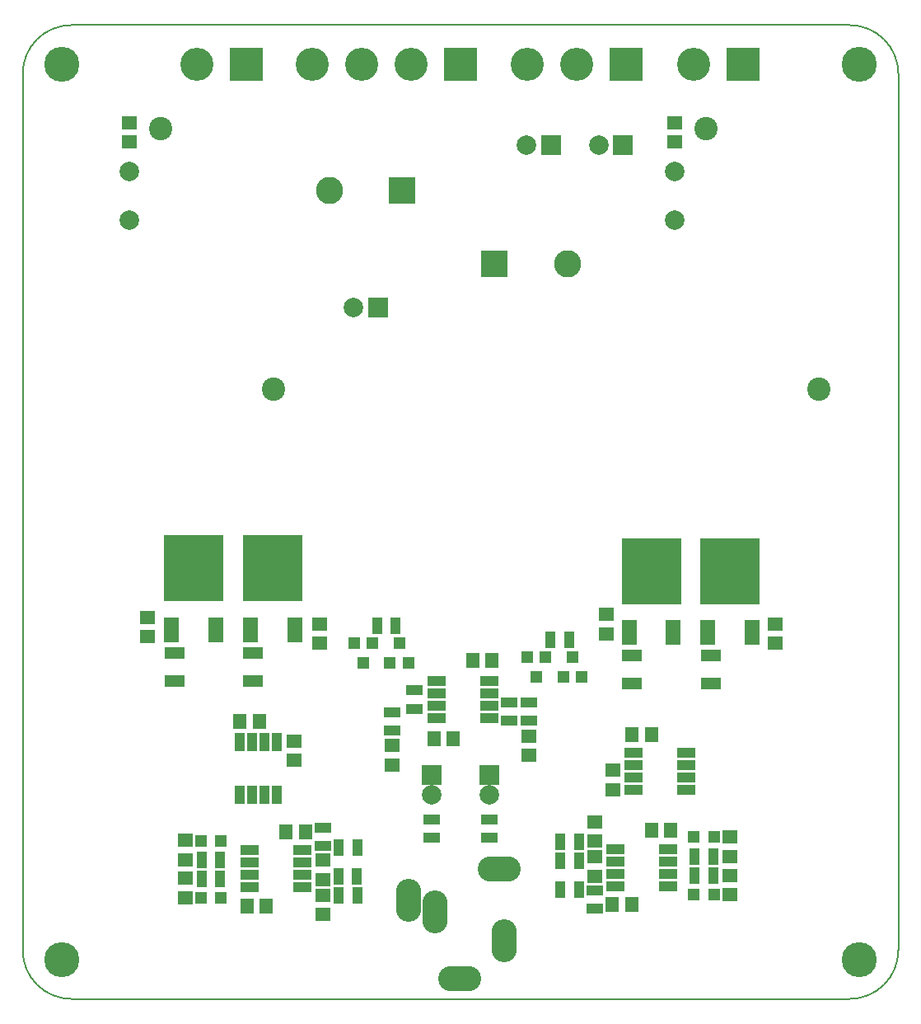
<source format=gbr>
%TF.GenerationSoftware,KiCad,Pcbnew,4.0.7-e2-6376~58~ubuntu16.04.1*%
%TF.CreationDate,2017-12-23T19:37:27+01:00*%
%TF.ProjectId,Class_D_Amp,436C6173735F445F416D702E6B696361,rev?*%
%TF.FileFunction,Soldermask,Top*%
%FSLAX46Y46*%
G04 Gerber Fmt 4.6, Leading zero omitted, Abs format (unit mm)*
G04 Created by KiCad (PCBNEW 4.0.7-e2-6376~58~ubuntu16.04.1) date Sat Dec 23 19:37:27 2017*
%MOMM*%
%LPD*%
G01*
G04 APERTURE LIST*
%ADD10C,0.150000*%
%ADD11C,3.400000*%
%ADD12R,3.400000X3.400000*%
%ADD13R,1.400000X1.650000*%
%ADD14R,2.000000X2.000000*%
%ADD15C,2.000000*%
%ADD16R,1.650000X1.400000*%
%ADD17R,2.800000X2.800000*%
%ADD18C,2.800000*%
%ADD19R,1.200000X1.300000*%
%ADD20C,2.400000*%
%ADD21R,1.600000X2.600000*%
%ADD22R,6.200000X6.800000*%
%ADD23R,1.100000X1.700000*%
%ADD24R,1.700000X1.100000*%
%ADD25R,2.100000X1.300000*%
%ADD26R,1.950000X1.000000*%
%ADD27O,2.600000X4.400000*%
%ADD28O,4.400000X2.600000*%
%ADD29R,1.000000X1.950000*%
%ADD30C,3.600000*%
G04 APERTURE END LIST*
D10*
X105000000Y-15000000D02*
X25000000Y-15000000D01*
X25000000Y-115000000D02*
X105000000Y-115000000D01*
X110000000Y-110000000D02*
X110000000Y-20000000D01*
X20000000Y-110000000D02*
X20000000Y-20000000D01*
X20000000Y-110000000D02*
G75*
G03X25000000Y-115000000I5000000J0D01*
G01*
X25000000Y-15000000D02*
G75*
G03X20000000Y-20000000I0J-5000000D01*
G01*
X110000000Y-20000000D02*
G75*
G03X105000000Y-15000000I-5000000J0D01*
G01*
X105000000Y-115000000D02*
G75*
G03X110000000Y-110000000I0J5000000D01*
G01*
D11*
X59920000Y-19000000D03*
X54840000Y-19000000D03*
D12*
X65000000Y-19000000D03*
D11*
X49760000Y-19000000D03*
D13*
X82600000Y-87900000D03*
X84600000Y-87900000D03*
X86600000Y-97700000D03*
X84600000Y-97700000D03*
X80600000Y-105300000D03*
X82600000Y-105300000D03*
D14*
X81700000Y-27300000D03*
D15*
X79200000Y-27300000D03*
D14*
X74300000Y-27300000D03*
D15*
X71800000Y-27300000D03*
D16*
X92700000Y-100400000D03*
X92700000Y-98400000D03*
X80700000Y-91500000D03*
X80700000Y-93500000D03*
D15*
X87000000Y-30000000D03*
X87000000Y-35000000D03*
D16*
X92700000Y-102300000D03*
X92700000Y-104300000D03*
D13*
X68250000Y-80250000D03*
X66250000Y-80250000D03*
X62250000Y-88250000D03*
X64250000Y-88250000D03*
D16*
X78800000Y-98800000D03*
X78800000Y-96800000D03*
D17*
X68500000Y-39500000D03*
D18*
X76000000Y-39500000D03*
D17*
X59000000Y-32000000D03*
D18*
X51500000Y-32000000D03*
D16*
X47900000Y-88500000D03*
X47900000Y-90500000D03*
D13*
X43050000Y-105450000D03*
X45050000Y-105450000D03*
X49050000Y-97850000D03*
X47050000Y-97850000D03*
D16*
X36700000Y-102600000D03*
X36700000Y-104600000D03*
D13*
X44300000Y-86500000D03*
X42300000Y-86500000D03*
D15*
X31000000Y-30000000D03*
X31000000Y-35000000D03*
D16*
X36700000Y-100700000D03*
X36700000Y-98700000D03*
X50850000Y-104350000D03*
X50850000Y-106350000D03*
X72000000Y-90000000D03*
X72000000Y-88000000D03*
D14*
X68000000Y-92000000D03*
D15*
X68000000Y-94000000D03*
D16*
X80000000Y-75500000D03*
X80000000Y-77500000D03*
X97300000Y-76500000D03*
X97300000Y-78500000D03*
D14*
X62000000Y-92000000D03*
D15*
X62000000Y-94000000D03*
D16*
X58000000Y-89000000D03*
X58000000Y-91000000D03*
X78800000Y-102400000D03*
X78800000Y-100400000D03*
X50850000Y-100750000D03*
X50850000Y-102750000D03*
X32800000Y-75800000D03*
X32800000Y-77800000D03*
X50500000Y-76500000D03*
X50500000Y-78500000D03*
D14*
X56500000Y-44000000D03*
D15*
X54000000Y-44000000D03*
D19*
X73750000Y-79900000D03*
X71850000Y-79900000D03*
X72800000Y-81900000D03*
X55950000Y-78500000D03*
X54050000Y-78500000D03*
X55000000Y-80500000D03*
X88950000Y-98400000D03*
X91050000Y-98400000D03*
X88950000Y-104300000D03*
X91050000Y-104300000D03*
X40400000Y-104650000D03*
X38300000Y-104650000D03*
X40400000Y-98750000D03*
X38300000Y-98750000D03*
D20*
X90200000Y-25600000D03*
X101800000Y-52400000D03*
X34200000Y-25600000D03*
X45800000Y-52400000D03*
D12*
X94000000Y-19000000D03*
D11*
X88920000Y-19000000D03*
D12*
X43000000Y-19000000D03*
D11*
X37920000Y-19000000D03*
D12*
X82000000Y-19000000D03*
D11*
X76920000Y-19000000D03*
X71840000Y-19000000D03*
D19*
X75550000Y-81900000D03*
X77450000Y-81900000D03*
X76500000Y-79900000D03*
X57750000Y-80500000D03*
X59650000Y-80500000D03*
X58700000Y-78500000D03*
D21*
X82320000Y-77400000D03*
X86880000Y-77400000D03*
D22*
X84600000Y-71100000D03*
D21*
X90420000Y-77400000D03*
X94980000Y-77400000D03*
D22*
X92700000Y-71100000D03*
D21*
X35320000Y-77100000D03*
X39880000Y-77100000D03*
D22*
X37600000Y-70800000D03*
D21*
X43420000Y-77100000D03*
X47980000Y-77100000D03*
D22*
X45700000Y-70800000D03*
D23*
X74250000Y-78100000D03*
X76150000Y-78100000D03*
X56450000Y-76700000D03*
X58350000Y-76700000D03*
D24*
X78800000Y-103850000D03*
X78800000Y-105750000D03*
D23*
X75250000Y-103800000D03*
X77150000Y-103800000D03*
D25*
X82650000Y-79750000D03*
X82650000Y-82650000D03*
D23*
X90950000Y-100400000D03*
X89050000Y-100400000D03*
X77150000Y-98900000D03*
X75250000Y-98900000D03*
X90950000Y-102300000D03*
X89050000Y-102300000D03*
D25*
X90700000Y-79750000D03*
X90700000Y-82650000D03*
D23*
X75250000Y-100800000D03*
X77150000Y-100800000D03*
D24*
X72000000Y-84550000D03*
X72000000Y-86450000D03*
X70000000Y-86450000D03*
X70000000Y-84550000D03*
X58000000Y-85550000D03*
X58000000Y-87450000D03*
X50850000Y-99300000D03*
X50850000Y-97400000D03*
D23*
X54400000Y-99450000D03*
X52500000Y-99450000D03*
D25*
X35600000Y-79450000D03*
X35600000Y-82350000D03*
D24*
X60250000Y-85200000D03*
X60250000Y-83300000D03*
D23*
X38400000Y-102650000D03*
X40300000Y-102650000D03*
X52500000Y-104350000D03*
X54400000Y-104350000D03*
X38400000Y-100750000D03*
X40300000Y-100750000D03*
D25*
X43700000Y-79450000D03*
X43700000Y-82350000D03*
D23*
X54350000Y-102400000D03*
X52450000Y-102400000D03*
D24*
X68000000Y-96550000D03*
X68000000Y-98450000D03*
X62000000Y-96550000D03*
X62000000Y-98450000D03*
D26*
X80900000Y-99595000D03*
X80900000Y-100865000D03*
X80900000Y-102135000D03*
X80900000Y-103405000D03*
X86300000Y-103405000D03*
X86300000Y-102135000D03*
X86300000Y-100865000D03*
X86300000Y-99595000D03*
X82800000Y-89695000D03*
X82800000Y-90965000D03*
X82800000Y-92235000D03*
X82800000Y-93505000D03*
X88200000Y-93505000D03*
X88200000Y-92235000D03*
X88200000Y-90965000D03*
X88200000Y-89695000D03*
X67950000Y-86155000D03*
X67950000Y-84885000D03*
X67950000Y-83615000D03*
X67950000Y-82345000D03*
X62550000Y-82345000D03*
X62550000Y-83615000D03*
X62550000Y-84885000D03*
X62550000Y-86155000D03*
D27*
X69500000Y-109000000D03*
D28*
X69000000Y-101700000D03*
D27*
X62400000Y-106100000D03*
X59700000Y-104900000D03*
D28*
X64900000Y-112900000D03*
D26*
X48750000Y-103555000D03*
X48750000Y-102285000D03*
X48750000Y-101015000D03*
X48750000Y-99745000D03*
X43350000Y-99745000D03*
X43350000Y-101015000D03*
X43350000Y-102285000D03*
X43350000Y-103555000D03*
D29*
X46105000Y-88600000D03*
X44835000Y-88600000D03*
X43565000Y-88600000D03*
X42295000Y-88600000D03*
X42295000Y-94000000D03*
X43565000Y-94000000D03*
X44835000Y-94000000D03*
X46105000Y-94000000D03*
D16*
X87000000Y-27000000D03*
X87000000Y-25000000D03*
X31000000Y-27000000D03*
X31000000Y-25000000D03*
D30*
X24000000Y-19000000D03*
X24000000Y-111000000D03*
X106000000Y-19000000D03*
X106000000Y-111000000D03*
M02*

</source>
